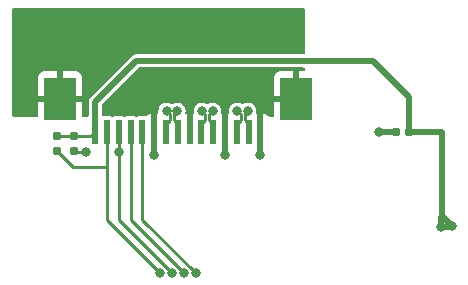
<source format=gbr>
G04 #@! TF.GenerationSoftware,KiCad,Pcbnew,6.0.7-1.fc35*
G04 #@! TF.CreationDate,2022-09-05T19:22:16-05:00*
G04 #@! TF.ProjectId,cam-adapter,63616d2d-6164-4617-9074-65722e6b6963,rev?*
G04 #@! TF.SameCoordinates,Original*
G04 #@! TF.FileFunction,Copper,L1,Top*
G04 #@! TF.FilePolarity,Positive*
%FSLAX46Y46*%
G04 Gerber Fmt 4.6, Leading zero omitted, Abs format (unit mm)*
G04 Created by KiCad (PCBNEW 6.0.7-1.fc35) date 2022-09-05 19:22:16*
%MOMM*%
%LPD*%
G01*
G04 APERTURE LIST*
G04 Aperture macros list*
%AMRoundRect*
0 Rectangle with rounded corners*
0 $1 Rounding radius*
0 $2 $3 $4 $5 $6 $7 $8 $9 X,Y pos of 4 corners*
0 Add a 4 corners polygon primitive as box body*
4,1,4,$2,$3,$4,$5,$6,$7,$8,$9,$2,$3,0*
0 Add four circle primitives for the rounded corners*
1,1,$1+$1,$2,$3*
1,1,$1+$1,$4,$5*
1,1,$1+$1,$6,$7*
1,1,$1+$1,$8,$9*
0 Add four rect primitives between the rounded corners*
20,1,$1+$1,$2,$3,$4,$5,0*
20,1,$1+$1,$4,$5,$6,$7,0*
20,1,$1+$1,$6,$7,$8,$9,0*
20,1,$1+$1,$8,$9,$2,$3,0*%
G04 Aperture macros list end*
G04 #@! TA.AperFunction,SMDPad,CuDef*
%ADD10R,0.610000X2.000000*%
G04 #@! TD*
G04 #@! TA.AperFunction,SMDPad,CuDef*
%ADD11R,2.680000X3.600000*%
G04 #@! TD*
G04 #@! TA.AperFunction,SMDPad,CuDef*
%ADD12RoundRect,0.160000X-0.160000X0.197500X-0.160000X-0.197500X0.160000X-0.197500X0.160000X0.197500X0*%
G04 #@! TD*
G04 #@! TA.AperFunction,SMDPad,CuDef*
%ADD13RoundRect,0.155000X0.212500X0.155000X-0.212500X0.155000X-0.212500X-0.155000X0.212500X-0.155000X0*%
G04 #@! TD*
G04 #@! TA.AperFunction,ViaPad*
%ADD14C,0.800000*%
G04 #@! TD*
G04 #@! TA.AperFunction,Conductor*
%ADD15C,0.500000*%
G04 #@! TD*
G04 #@! TA.AperFunction,Conductor*
%ADD16C,0.220000*%
G04 #@! TD*
G04 APERTURE END LIST*
D10*
G04 #@! TO.P,J1,1,1*
G04 #@! TO.N,GND*
X122000000Y-85750000D03*
G04 #@! TO.P,J1,2,2*
G04 #@! TO.N,/CAM1_D0-*
X121000000Y-85750000D03*
G04 #@! TO.P,J1,3,3*
G04 #@! TO.N,/CAM1_D0+*
X120000000Y-85750000D03*
G04 #@! TO.P,J1,4,4*
G04 #@! TO.N,GND*
X119000000Y-85750000D03*
G04 #@! TO.P,J1,5,5*
G04 #@! TO.N,/CAM1_D1-*
X118000000Y-85750000D03*
G04 #@! TO.P,J1,6,6*
G04 #@! TO.N,/CAM1_D1+*
X117000000Y-85750000D03*
G04 #@! TO.P,J1,7,7*
G04 #@! TO.N,GND*
X116000000Y-85750000D03*
G04 #@! TO.P,J1,8,8*
G04 #@! TO.N,/CAM1_CK-*
X115000000Y-85750000D03*
G04 #@! TO.P,J1,9,9*
G04 #@! TO.N,/CAM1_CK+*
X114000000Y-85750000D03*
G04 #@! TO.P,J1,10,10*
G04 #@! TO.N,GND*
X113000000Y-85750000D03*
G04 #@! TO.P,J1,11,11*
G04 #@! TO.N,/CAM_GPIO*
X112000000Y-85750000D03*
G04 #@! TO.P,J1,12,12*
G04 #@! TO.N,/CAM_CLK*
X111000000Y-85750000D03*
G04 #@! TO.P,J1,13,13*
G04 #@! TO.N,SCL0*
X110000000Y-85750000D03*
G04 #@! TO.P,J1,14,14*
G04 #@! TO.N,SDA0*
X109000000Y-85750000D03*
G04 #@! TO.P,J1,15,15*
G04 #@! TO.N,+3.3V*
X108000000Y-85750000D03*
D11*
G04 #@! TO.P,J1,S1,SHIELD*
G04 #@! TO.N,GND*
X124990000Y-82950000D03*
G04 #@! TO.P,J1,S2,SHIELD*
X105010000Y-82950000D03*
G04 #@! TD*
D12*
G04 #@! TO.P,R1,1*
G04 #@! TO.N,+3.3V*
X104750000Y-86152500D03*
G04 #@! TO.P,R1,2*
G04 #@! TO.N,SDA0*
X104750000Y-87347500D03*
G04 #@! TD*
D13*
G04 #@! TO.P,C1,1*
G04 #@! TO.N,+3.3V*
X134567500Y-85750000D03*
G04 #@! TO.P,C1,2*
G04 #@! TO.N,GND*
X133432500Y-85750000D03*
G04 #@! TD*
D12*
G04 #@! TO.P,R2,1*
G04 #@! TO.N,+3.3V*
X106250000Y-86152500D03*
G04 #@! TO.P,R2,2*
G04 #@! TO.N,SCL0*
X106250000Y-87347500D03*
G04 #@! TD*
D14*
G04 #@! TO.N,+3.3V*
X138250000Y-93750000D03*
X137300000Y-93800000D03*
G04 #@! TO.N,GND*
X108250000Y-78000000D03*
X113750000Y-78000000D03*
X119250000Y-78000000D03*
X124250000Y-78000000D03*
X102500000Y-78000000D03*
X121750000Y-81250000D03*
X119000000Y-87750000D03*
X113000000Y-87750000D03*
X122000000Y-87750000D03*
X111250000Y-81250000D03*
X132000000Y-85750000D03*
X116750000Y-81250000D03*
G04 #@! TO.N,/CAM_GPIO*
X116500000Y-97750000D03*
G04 #@! TO.N,/CAM1_D0+*
X120050000Y-83982024D03*
G04 #@! TO.N,/CAM_CLK*
X115500000Y-97750000D03*
G04 #@! TO.N,/CAM1_D0-*
X120950000Y-83982024D03*
G04 #@! TO.N,SCL0*
X114500000Y-97750000D03*
X110000000Y-87500000D03*
X107250000Y-87500000D03*
G04 #@! TO.N,/CAM1_D1+*
X117050000Y-83982024D03*
G04 #@! TO.N,SDA0*
X113500000Y-97750000D03*
G04 #@! TO.N,/CAM1_D1-*
X117950000Y-83982024D03*
G04 #@! TO.N,/CAM1_CK+*
X114050000Y-83982024D03*
G04 #@! TO.N,/CAM1_CK-*
X114950000Y-83982024D03*
G04 #@! TD*
D15*
G04 #@! TO.N,+3.3V*
X131500000Y-79750000D02*
X111500000Y-79750000D01*
D16*
X104750000Y-86152500D02*
X106250000Y-86152500D01*
D15*
X134567500Y-85750000D02*
X134567500Y-82817500D01*
X138250000Y-93750000D02*
X137400000Y-92900000D01*
X137400000Y-92900000D02*
X137400000Y-85750000D01*
D16*
X107597500Y-86152500D02*
X108000000Y-85750000D01*
D15*
X134567500Y-82817500D02*
X131500000Y-79750000D01*
X137300000Y-93800000D02*
X137300000Y-93000000D01*
X138200000Y-93800000D02*
X138250000Y-93750000D01*
X137300000Y-93000000D02*
X137400000Y-92900000D01*
D16*
X106250000Y-86152500D02*
X107597500Y-86152500D01*
D15*
X137300000Y-93800000D02*
X138200000Y-93800000D01*
X108000000Y-83250000D02*
X108000000Y-85750000D01*
X111500000Y-79750000D02*
X108000000Y-83250000D01*
X137400000Y-85750000D02*
X134567500Y-85750000D01*
G04 #@! TO.N,GND*
X116000000Y-82000000D02*
X116750000Y-81250000D01*
X122000000Y-85750000D02*
X122000000Y-81500000D01*
X119000000Y-82500000D02*
X120250000Y-81250000D01*
X119000000Y-85750000D02*
X119000000Y-87750000D01*
X113000000Y-83000000D02*
X111250000Y-81250000D01*
X116000000Y-85750000D02*
X116000000Y-82000000D01*
X133432500Y-85750000D02*
X132000000Y-85750000D01*
X120250000Y-81250000D02*
X121750000Y-81250000D01*
X113000000Y-85750000D02*
X113000000Y-83000000D01*
X122000000Y-85750000D02*
X122000000Y-87750000D01*
X113000000Y-85750000D02*
X113000000Y-87750000D01*
X119000000Y-85750000D02*
X119000000Y-82500000D01*
X122000000Y-81500000D02*
X121750000Y-81250000D01*
D16*
G04 #@! TO.N,/CAM_GPIO*
X112000000Y-93250000D02*
X116500000Y-97750000D01*
X112000000Y-85750000D02*
X112000000Y-93250000D01*
G04 #@! TO.N,/CAM1_D0+*
X120000000Y-85055000D02*
X120340000Y-84715000D01*
X120000000Y-85750000D02*
X120000000Y-85055000D01*
X120340000Y-84715000D02*
X120339999Y-84272023D01*
X120339999Y-84272023D02*
X120050000Y-83982024D01*
G04 #@! TO.N,/CAM_CLK*
X111000000Y-93250000D02*
X111000000Y-85750000D01*
X115500000Y-97750000D02*
X111000000Y-93250000D01*
G04 #@! TO.N,/CAM1_D0-*
X120660000Y-84715000D02*
X120660001Y-84272023D01*
X120660001Y-84272023D02*
X120950000Y-83982024D01*
X121000000Y-85750000D02*
X121000000Y-85055000D01*
X121000000Y-85055000D02*
X120660000Y-84715000D01*
G04 #@! TO.N,SCL0*
X106402500Y-87500000D02*
X106250000Y-87347500D01*
X110000000Y-85750000D02*
X110000000Y-93250000D01*
X110000000Y-93250000D02*
X114500000Y-97750000D01*
X107250000Y-87500000D02*
X106402500Y-87500000D01*
G04 #@! TO.N,/CAM1_D1+*
X117000000Y-85055000D02*
X117340000Y-84715000D01*
X117340000Y-84715000D02*
X117339999Y-84272023D01*
X117000000Y-85750000D02*
X117000000Y-85055000D01*
X117339999Y-84272023D02*
X117050000Y-83982024D01*
G04 #@! TO.N,SDA0*
X106152500Y-88750000D02*
X104750000Y-87347500D01*
X109000000Y-88750000D02*
X109000000Y-85750000D01*
X109000000Y-93250000D02*
X109000000Y-88750000D01*
X113500000Y-97750000D02*
X109000000Y-93250000D01*
X109000000Y-88750000D02*
X106152500Y-88750000D01*
G04 #@! TO.N,/CAM1_D1-*
X117660000Y-84715000D02*
X117660001Y-84272023D01*
X118000000Y-85750000D02*
X118000000Y-85055000D01*
X117660001Y-84272023D02*
X117950000Y-83982024D01*
X118000000Y-85055000D02*
X117660000Y-84715000D01*
G04 #@! TO.N,/CAM1_CK+*
X114000000Y-85750000D02*
X114000000Y-85055000D01*
X114339999Y-84272023D02*
X114050000Y-83982024D01*
X114000000Y-85055000D02*
X114340000Y-84715000D01*
X114340000Y-84715000D02*
X114339999Y-84272023D01*
G04 #@! TO.N,/CAM1_CK-*
X115000000Y-85055000D02*
X114660000Y-84715000D01*
X115000000Y-85750000D02*
X115000000Y-85055000D01*
X114660001Y-84272023D02*
X114950000Y-83982024D01*
X114660000Y-84715000D02*
X114660001Y-84272023D01*
G04 #@! TD*
G04 #@! TA.AperFunction,Conductor*
G04 #@! TO.N,GND*
G36*
X125692121Y-75270002D02*
G01*
X125738614Y-75323658D01*
X125750000Y-75376000D01*
X125750000Y-79073500D01*
X125729998Y-79141621D01*
X125676342Y-79188114D01*
X125624000Y-79199500D01*
X111514993Y-79199500D01*
X111509717Y-79199389D01*
X111505310Y-79199204D01*
X111447706Y-79196790D01*
X111439341Y-79198752D01*
X111405338Y-79206727D01*
X111393667Y-79208890D01*
X111378771Y-79210931D01*
X111350568Y-79214794D01*
X111342684Y-79218206D01*
X111342683Y-79218206D01*
X111336770Y-79220765D01*
X111315501Y-79227799D01*
X111309228Y-79229270D01*
X111309226Y-79229271D01*
X111300864Y-79231232D01*
X111293336Y-79235371D01*
X111293335Y-79235371D01*
X111262735Y-79252194D01*
X111252073Y-79257417D01*
X111220027Y-79271284D01*
X111220026Y-79271285D01*
X111212145Y-79274695D01*
X111205472Y-79280099D01*
X111200459Y-79284158D01*
X111181871Y-79296649D01*
X111168692Y-79303894D01*
X111160578Y-79310898D01*
X111136043Y-79335433D01*
X111126242Y-79344258D01*
X111094930Y-79369614D01*
X111089954Y-79376616D01*
X111089952Y-79376618D01*
X111084032Y-79384949D01*
X111070421Y-79401055D01*
X107621358Y-82850118D01*
X107617549Y-82853771D01*
X107571844Y-82895799D01*
X107548901Y-82932802D01*
X107542200Y-82942552D01*
X107515888Y-82977217D01*
X107510354Y-82991195D01*
X107500293Y-83011199D01*
X107492365Y-83023986D01*
X107489968Y-83032237D01*
X107489967Y-83032239D01*
X107480225Y-83065772D01*
X107476380Y-83077002D01*
X107460364Y-83117453D01*
X107459466Y-83125994D01*
X107459466Y-83125995D01*
X107458792Y-83132408D01*
X107454480Y-83154383D01*
X107450285Y-83168825D01*
X107449500Y-83179515D01*
X107449500Y-83214217D01*
X107448810Y-83227387D01*
X107444599Y-83267454D01*
X107446031Y-83275919D01*
X107446031Y-83275928D01*
X107447735Y-83286000D01*
X107449500Y-83307013D01*
X107449500Y-84374000D01*
X107429498Y-84442121D01*
X107375842Y-84488614D01*
X107323500Y-84500000D01*
X106984000Y-84500000D01*
X106915879Y-84479998D01*
X106869386Y-84426342D01*
X106858000Y-84374000D01*
X106858000Y-83222115D01*
X106853525Y-83206876D01*
X106852135Y-83205671D01*
X106844452Y-83204000D01*
X103180116Y-83204000D01*
X103164877Y-83208475D01*
X103163672Y-83209865D01*
X103162001Y-83217548D01*
X103162001Y-84374000D01*
X103141999Y-84442121D01*
X103088343Y-84488614D01*
X103036001Y-84500000D01*
X101126000Y-84500000D01*
X101057879Y-84479998D01*
X101011386Y-84426342D01*
X101000000Y-84374000D01*
X101000000Y-82677885D01*
X103162000Y-82677885D01*
X103166475Y-82693124D01*
X103167865Y-82694329D01*
X103175548Y-82696000D01*
X104737885Y-82696000D01*
X104753124Y-82691525D01*
X104754329Y-82690135D01*
X104756000Y-82682452D01*
X104756000Y-82677885D01*
X105264000Y-82677885D01*
X105268475Y-82693124D01*
X105269865Y-82694329D01*
X105277548Y-82696000D01*
X106839884Y-82696000D01*
X106855123Y-82691525D01*
X106856328Y-82690135D01*
X106857999Y-82682452D01*
X106857999Y-81105331D01*
X106857629Y-81098510D01*
X106852105Y-81047648D01*
X106848479Y-81032396D01*
X106803324Y-80911946D01*
X106794786Y-80896351D01*
X106718285Y-80794276D01*
X106705724Y-80781715D01*
X106603649Y-80705214D01*
X106588054Y-80696676D01*
X106467606Y-80651522D01*
X106452351Y-80647895D01*
X106401486Y-80642369D01*
X106394672Y-80642000D01*
X105282115Y-80642000D01*
X105266876Y-80646475D01*
X105265671Y-80647865D01*
X105264000Y-80655548D01*
X105264000Y-82677885D01*
X104756000Y-82677885D01*
X104756000Y-80660116D01*
X104751525Y-80644877D01*
X104750135Y-80643672D01*
X104742452Y-80642001D01*
X103625331Y-80642001D01*
X103618510Y-80642371D01*
X103567648Y-80647895D01*
X103552396Y-80651521D01*
X103431946Y-80696676D01*
X103416351Y-80705214D01*
X103314276Y-80781715D01*
X103301715Y-80794276D01*
X103225214Y-80896351D01*
X103216676Y-80911946D01*
X103171522Y-81032394D01*
X103167895Y-81047649D01*
X103162369Y-81098514D01*
X103162000Y-81105328D01*
X103162000Y-82677885D01*
X101000000Y-82677885D01*
X101000000Y-75376000D01*
X101020002Y-75307879D01*
X101073658Y-75261386D01*
X101126000Y-75250000D01*
X125624000Y-75250000D01*
X125692121Y-75270002D01*
G37*
G04 #@! TD.AperFunction*
G04 #@! TA.AperFunction,Conductor*
G36*
X125692121Y-80320502D02*
G01*
X125738614Y-80374158D01*
X125750000Y-80426500D01*
X125750000Y-80516000D01*
X125729998Y-80584121D01*
X125676342Y-80630614D01*
X125624000Y-80642000D01*
X125262115Y-80642000D01*
X125246876Y-80646475D01*
X125245671Y-80647865D01*
X125244000Y-80655548D01*
X125244000Y-83078000D01*
X125223998Y-83146121D01*
X125170342Y-83192614D01*
X125118000Y-83204000D01*
X123160116Y-83204000D01*
X123144877Y-83208475D01*
X123143672Y-83209865D01*
X123142001Y-83217548D01*
X123142001Y-84374000D01*
X123121999Y-84442121D01*
X123068343Y-84488614D01*
X123016001Y-84500000D01*
X122815548Y-84500000D01*
X122747427Y-84479998D01*
X122714721Y-84449564D01*
X122673289Y-84394280D01*
X122660721Y-84381712D01*
X122558649Y-84305214D01*
X122543054Y-84296676D01*
X122422606Y-84251522D01*
X122407351Y-84247895D01*
X122356486Y-84242369D01*
X122349672Y-84242000D01*
X122272115Y-84242000D01*
X122256876Y-84246475D01*
X122255671Y-84247865D01*
X122254000Y-84255548D01*
X122254000Y-84500000D01*
X121746000Y-84500000D01*
X121746000Y-84260116D01*
X121741525Y-84244877D01*
X121740135Y-84243672D01*
X121738419Y-84243299D01*
X121676107Y-84209274D01*
X121642081Y-84146963D01*
X121640458Y-84102425D01*
X121654909Y-84000886D01*
X121654909Y-84000883D01*
X121655490Y-83996802D01*
X121655645Y-83982024D01*
X121653840Y-83967104D01*
X121636188Y-83821244D01*
X121635276Y-83813704D01*
X121575345Y-83655101D01*
X121479312Y-83515373D01*
X121437394Y-83478025D01*
X121358392Y-83407636D01*
X121358388Y-83407634D01*
X121352721Y-83402584D01*
X121202881Y-83323248D01*
X121038441Y-83281943D01*
X121030843Y-83281903D01*
X121030841Y-83281903D01*
X120953668Y-83281499D01*
X120868895Y-83281055D01*
X120861508Y-83282829D01*
X120861504Y-83282829D01*
X120718162Y-83317244D01*
X120704032Y-83320636D01*
X120697288Y-83324117D01*
X120697285Y-83324118D01*
X120556935Y-83396558D01*
X120487227Y-83410027D01*
X120440186Y-83395947D01*
X120414301Y-83382242D01*
X120302881Y-83323248D01*
X120138441Y-83281943D01*
X120130843Y-83281903D01*
X120130841Y-83281903D01*
X120053668Y-83281499D01*
X119968895Y-83281055D01*
X119961508Y-83282829D01*
X119961504Y-83282829D01*
X119818162Y-83317244D01*
X119804032Y-83320636D01*
X119797288Y-83324117D01*
X119797285Y-83324118D01*
X119792089Y-83326800D01*
X119653369Y-83398399D01*
X119647647Y-83403391D01*
X119647645Y-83403392D01*
X119604397Y-83441120D01*
X119525604Y-83509855D01*
X119428113Y-83648571D01*
X119366524Y-83806537D01*
X119344394Y-83974635D01*
X119347292Y-84000886D01*
X119359126Y-84108080D01*
X119346720Y-84177984D01*
X119298490Y-84230084D01*
X119269384Y-84242802D01*
X119256876Y-84246475D01*
X119255671Y-84247865D01*
X119254000Y-84255548D01*
X119254000Y-84500000D01*
X118746000Y-84500000D01*
X118746000Y-84260116D01*
X118741525Y-84244877D01*
X118740135Y-84243672D01*
X118738419Y-84243299D01*
X118676107Y-84209274D01*
X118642081Y-84146963D01*
X118640458Y-84102425D01*
X118654909Y-84000886D01*
X118654909Y-84000883D01*
X118655490Y-83996802D01*
X118655645Y-83982024D01*
X118653840Y-83967104D01*
X118636188Y-83821244D01*
X118635276Y-83813704D01*
X118575345Y-83655101D01*
X118479312Y-83515373D01*
X118437394Y-83478025D01*
X118358392Y-83407636D01*
X118358388Y-83407634D01*
X118352721Y-83402584D01*
X118202881Y-83323248D01*
X118038441Y-83281943D01*
X118030843Y-83281903D01*
X118030841Y-83281903D01*
X117953668Y-83281499D01*
X117868895Y-83281055D01*
X117861508Y-83282829D01*
X117861504Y-83282829D01*
X117718162Y-83317244D01*
X117704032Y-83320636D01*
X117697288Y-83324117D01*
X117697285Y-83324118D01*
X117556935Y-83396558D01*
X117487227Y-83410027D01*
X117440186Y-83395947D01*
X117414301Y-83382242D01*
X117302881Y-83323248D01*
X117138441Y-83281943D01*
X117130843Y-83281903D01*
X117130841Y-83281903D01*
X117053668Y-83281499D01*
X116968895Y-83281055D01*
X116961508Y-83282829D01*
X116961504Y-83282829D01*
X116818162Y-83317244D01*
X116804032Y-83320636D01*
X116797288Y-83324117D01*
X116797285Y-83324118D01*
X116792089Y-83326800D01*
X116653369Y-83398399D01*
X116647647Y-83403391D01*
X116647645Y-83403392D01*
X116604397Y-83441120D01*
X116525604Y-83509855D01*
X116428113Y-83648571D01*
X116366524Y-83806537D01*
X116344394Y-83974635D01*
X116347292Y-84000886D01*
X116359126Y-84108080D01*
X116346720Y-84177984D01*
X116298490Y-84230084D01*
X116269384Y-84242802D01*
X116256876Y-84246475D01*
X116255671Y-84247865D01*
X116254000Y-84255548D01*
X116254000Y-84500000D01*
X115746000Y-84500000D01*
X115746000Y-84260116D01*
X115741525Y-84244877D01*
X115740135Y-84243672D01*
X115738419Y-84243299D01*
X115676107Y-84209274D01*
X115642081Y-84146963D01*
X115640458Y-84102425D01*
X115654909Y-84000886D01*
X115654909Y-84000883D01*
X115655490Y-83996802D01*
X115655645Y-83982024D01*
X115653840Y-83967104D01*
X115636188Y-83821244D01*
X115635276Y-83813704D01*
X115575345Y-83655101D01*
X115479312Y-83515373D01*
X115437394Y-83478025D01*
X115358392Y-83407636D01*
X115358388Y-83407634D01*
X115352721Y-83402584D01*
X115202881Y-83323248D01*
X115038441Y-83281943D01*
X115030843Y-83281903D01*
X115030841Y-83281903D01*
X114953668Y-83281499D01*
X114868895Y-83281055D01*
X114861508Y-83282829D01*
X114861504Y-83282829D01*
X114718162Y-83317244D01*
X114704032Y-83320636D01*
X114697288Y-83324117D01*
X114697285Y-83324118D01*
X114556935Y-83396558D01*
X114487227Y-83410027D01*
X114440186Y-83395947D01*
X114414301Y-83382242D01*
X114302881Y-83323248D01*
X114138441Y-83281943D01*
X114130843Y-83281903D01*
X114130841Y-83281903D01*
X114053668Y-83281499D01*
X113968895Y-83281055D01*
X113961508Y-83282829D01*
X113961504Y-83282829D01*
X113818162Y-83317244D01*
X113804032Y-83320636D01*
X113797288Y-83324117D01*
X113797285Y-83324118D01*
X113792089Y-83326800D01*
X113653369Y-83398399D01*
X113647647Y-83403391D01*
X113647645Y-83403392D01*
X113604397Y-83441120D01*
X113525604Y-83509855D01*
X113428113Y-83648571D01*
X113366524Y-83806537D01*
X113344394Y-83974635D01*
X113347292Y-84000886D01*
X113359126Y-84108080D01*
X113346720Y-84177984D01*
X113298490Y-84230084D01*
X113269384Y-84242802D01*
X113256876Y-84246475D01*
X113255671Y-84247865D01*
X113254000Y-84255548D01*
X113254000Y-84500000D01*
X112746000Y-84500000D01*
X112746000Y-84260116D01*
X112741525Y-84244877D01*
X112740135Y-84243672D01*
X112732452Y-84242001D01*
X112650331Y-84242001D01*
X112643510Y-84242371D01*
X112592648Y-84247895D01*
X112577396Y-84251521D01*
X112456946Y-84296676D01*
X112441351Y-84305214D01*
X112339276Y-84381715D01*
X112326716Y-84394275D01*
X112323127Y-84399064D01*
X112266269Y-84441579D01*
X112222300Y-84449500D01*
X111650354Y-84449500D01*
X111646650Y-84449941D01*
X111646647Y-84449941D01*
X111639254Y-84450821D01*
X111624154Y-84452618D01*
X111551199Y-84485023D01*
X111480825Y-84494395D01*
X111449106Y-84485111D01*
X111383995Y-84456326D01*
X111383994Y-84456326D01*
X111375327Y-84452494D01*
X111349646Y-84449500D01*
X110650354Y-84449500D01*
X110646650Y-84449941D01*
X110646647Y-84449941D01*
X110639254Y-84450821D01*
X110624154Y-84452618D01*
X110551199Y-84485023D01*
X110480825Y-84494395D01*
X110449106Y-84485111D01*
X110383995Y-84456326D01*
X110383994Y-84456326D01*
X110375327Y-84452494D01*
X110349646Y-84449500D01*
X109650354Y-84449500D01*
X109646650Y-84449941D01*
X109646647Y-84449941D01*
X109639254Y-84450821D01*
X109624154Y-84452618D01*
X109551199Y-84485023D01*
X109480825Y-84494395D01*
X109449106Y-84485111D01*
X109383995Y-84456326D01*
X109383994Y-84456326D01*
X109375327Y-84452494D01*
X109349646Y-84449500D01*
X108676500Y-84449500D01*
X108608379Y-84429498D01*
X108561886Y-84375842D01*
X108550500Y-84323500D01*
X108550500Y-83530215D01*
X108570502Y-83462094D01*
X108587405Y-83441120D01*
X109350640Y-82677885D01*
X123142000Y-82677885D01*
X123146475Y-82693124D01*
X123147865Y-82694329D01*
X123155548Y-82696000D01*
X124717885Y-82696000D01*
X124733124Y-82691525D01*
X124734329Y-82690135D01*
X124736000Y-82682452D01*
X124736000Y-80660115D01*
X124731525Y-80644876D01*
X124730135Y-80643671D01*
X124722452Y-80642000D01*
X123605331Y-80642001D01*
X123598510Y-80642371D01*
X123547648Y-80647895D01*
X123532396Y-80651521D01*
X123411946Y-80696676D01*
X123396351Y-80705214D01*
X123294276Y-80781715D01*
X123281715Y-80794276D01*
X123205214Y-80896351D01*
X123196676Y-80911946D01*
X123151522Y-81032394D01*
X123147895Y-81047649D01*
X123142369Y-81098514D01*
X123142000Y-81105328D01*
X123142000Y-82677885D01*
X109350640Y-82677885D01*
X111691120Y-80337405D01*
X111753432Y-80303379D01*
X111780215Y-80300500D01*
X125624000Y-80300500D01*
X125692121Y-80320502D01*
G37*
G04 #@! TD.AperFunction*
G04 #@! TD*
M02*

</source>
